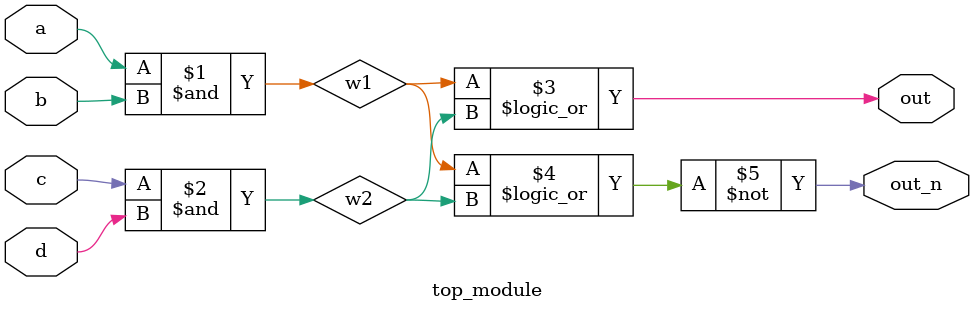
<source format=v>
`default_nettype none
module top_module(
    input a,
    input b,
    input c,
    input d,
    output out,
    output out_n   ); 
    wire w1, w2;
    assign w1 = a&b;
    assign w2 = c&d;
    assign out = w1 || w2;
    assign out_n = ~(w1 || w2);
endmodule

</source>
